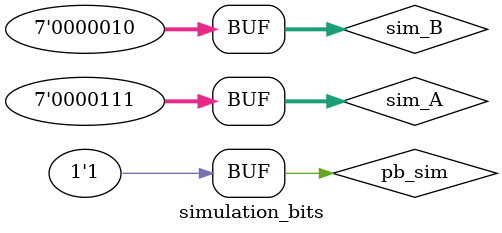
<source format=v>
`timescale 1ns / 1ps


module simulation_bits();
    

    
    reg [6:0]sim_A;
    reg [6:0]sim_B;
    reg pb_sim;
    wire [6:0]S_sim;
    wire [3:0]an_sim;
    wire [7:0]seg_sim;
    wire [1:0]T_sim;

    
  
   seven_bits_adder test_seven_bits(.A(sim_A), .B(sim_B), .button(pb_sim),.S(S_sim),.anode(an_sim), .seg(seg_sim), .my_led(T_sim));
    
    initial begin
    sim_A = 7'b0000001; sim_B = 7'b0000000; pb_sim = 1'b0; #10;
    sim_A = 7'b0000011; sim_B = 7'b0000001; pb_sim = 1'b0; #10;
    sim_A = 7'b0000100; sim_B = 7'b0000010; pb_sim = 1'b0; #10;
    sim_A = 7'b0000101; sim_B = 7'b0001000; pb_sim = 1'b1; #10;
    sim_A = 7'b0000110; sim_B = 7'b0000010; pb_sim = 1'b1; #10;
    sim_A = 7'b0000111; sim_B = 7'b0000010; pb_sim = 1'b1; #10;
    
    end
    
endmodule

</source>
